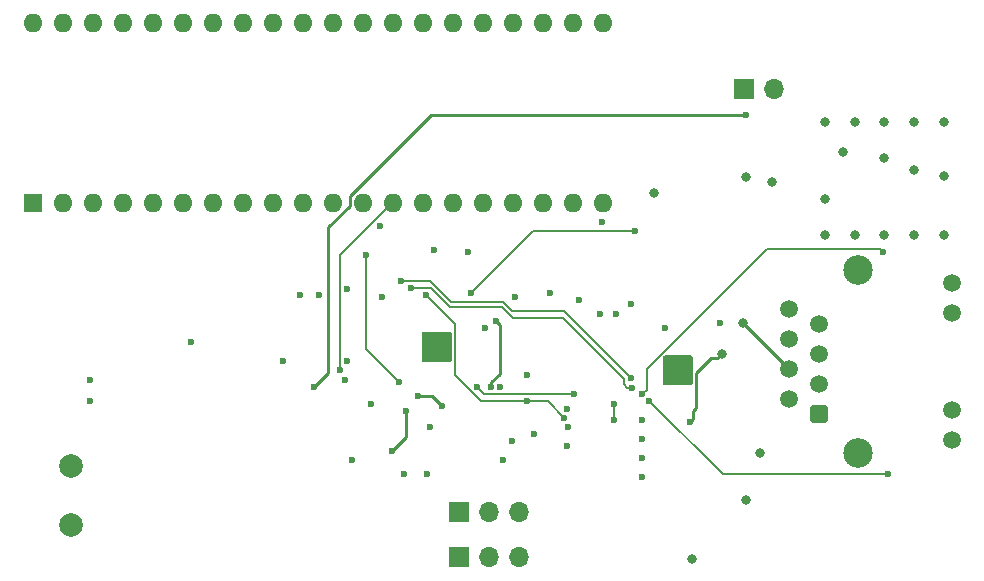
<source format=gbl>
G04 #@! TF.GenerationSoftware,KiCad,Pcbnew,8.0.4*
G04 #@! TF.CreationDate,2024-09-14T16:47:45+09:00*
G04 #@! TF.ProjectId,100base-t1-converter,31303062-6173-4652-9d74-312d636f6e76,rev?*
G04 #@! TF.SameCoordinates,Original*
G04 #@! TF.FileFunction,Copper,L4,Bot*
G04 #@! TF.FilePolarity,Positive*
%FSLAX46Y46*%
G04 Gerber Fmt 4.6, Leading zero omitted, Abs format (unit mm)*
G04 Created by KiCad (PCBNEW 8.0.4) date 2024-09-14 16:47:45*
%MOMM*%
%LPD*%
G01*
G04 APERTURE LIST*
G04 Aperture macros list*
%AMRoundRect*
0 Rectangle with rounded corners*
0 $1 Rounding radius*
0 $2 $3 $4 $5 $6 $7 $8 $9 X,Y pos of 4 corners*
0 Add a 4 corners polygon primitive as box body*
4,1,4,$2,$3,$4,$5,$6,$7,$8,$9,$2,$3,0*
0 Add four circle primitives for the rounded corners*
1,1,$1+$1,$2,$3*
1,1,$1+$1,$4,$5*
1,1,$1+$1,$6,$7*
1,1,$1+$1,$8,$9*
0 Add four rect primitives between the rounded corners*
20,1,$1+$1,$2,$3,$4,$5,0*
20,1,$1+$1,$4,$5,$6,$7,0*
20,1,$1+$1,$6,$7,$8,$9,0*
20,1,$1+$1,$8,$9,$2,$3,0*%
G04 Aperture macros list end*
G04 #@! TA.AperFunction,ComponentPad*
%ADD10C,1.500000*%
G04 #@! TD*
G04 #@! TA.AperFunction,ComponentPad*
%ADD11C,2.500000*%
G04 #@! TD*
G04 #@! TA.AperFunction,ComponentPad*
%ADD12RoundRect,0.250500X0.499500X-0.499500X0.499500X0.499500X-0.499500X0.499500X-0.499500X-0.499500X0*%
G04 #@! TD*
G04 #@! TA.AperFunction,ComponentPad*
%ADD13C,2.000000*%
G04 #@! TD*
G04 #@! TA.AperFunction,ComponentPad*
%ADD14O,1.700000X1.700000*%
G04 #@! TD*
G04 #@! TA.AperFunction,ComponentPad*
%ADD15R,1.700000X1.700000*%
G04 #@! TD*
G04 #@! TA.AperFunction,ComponentPad*
%ADD16C,0.600000*%
G04 #@! TD*
G04 #@! TA.AperFunction,SMDPad,CuDef*
%ADD17RoundRect,0.250000X-1.000000X-1.000000X1.000000X-1.000000X1.000000X1.000000X-1.000000X1.000000X0*%
G04 #@! TD*
G04 #@! TA.AperFunction,ComponentPad*
%ADD18R,1.600000X1.600000*%
G04 #@! TD*
G04 #@! TA.AperFunction,ComponentPad*
%ADD19O,1.600000X1.600000*%
G04 #@! TD*
G04 #@! TA.AperFunction,SMDPad,CuDef*
%ADD20RoundRect,0.250000X1.000000X1.000000X-1.000000X1.000000X-1.000000X-1.000000X1.000000X-1.000000X0*%
G04 #@! TD*
G04 #@! TA.AperFunction,ViaPad*
%ADD21C,0.600000*%
G04 #@! TD*
G04 #@! TA.AperFunction,ViaPad*
%ADD22C,0.800000*%
G04 #@! TD*
G04 #@! TA.AperFunction,Conductor*
%ADD23C,0.250000*%
G04 #@! TD*
G04 #@! TA.AperFunction,Conductor*
%ADD24C,0.152400*%
G04 #@! TD*
G04 APERTURE END LIST*
D10*
G04 #@! TO.P,J5,11*
G04 #@! TO.N,Net-(J5-Pad11)*
X246210000Y-98155000D03*
G04 #@! TO.P,J5,12*
G04 #@! TO.N,Net-(J5-Pad12)*
X246210000Y-95615000D03*
G04 #@! TO.P,J5,10*
G04 #@! TO.N,Net-(J5-Pad10)*
X246210000Y-106325000D03*
G04 #@! TO.P,J5,9*
G04 #@! TO.N,+3V3*
X246210000Y-108865000D03*
D11*
G04 #@! TO.P,J5,SH*
G04 #@! TO.N,GND*
X238260000Y-94495000D03*
D10*
G04 #@! TO.P,J5,8*
X232410000Y-97800000D03*
D11*
G04 #@! TO.P,J5,SH*
X238260000Y-109985000D03*
D10*
G04 #@! TO.P,J5,7*
G04 #@! TO.N,Net-(J5-Pad7)*
X234950000Y-99060000D03*
G04 #@! TO.P,J5,6*
G04 #@! TO.N,/tx_mac/MDI1-*
X232410000Y-100340000D03*
G04 #@! TO.P,J5,5*
G04 #@! TO.N,Net-(C20-Pad2)*
X234950000Y-101600000D03*
G04 #@! TO.P,J5,4*
G04 #@! TO.N,Net-(C19-Pad2)*
X232410000Y-102880000D03*
G04 #@! TO.P,J5,3*
G04 #@! TO.N,/tx_mac/MDI1+*
X234950000Y-104140000D03*
G04 #@! TO.P,J5,2*
G04 #@! TO.N,/tx_mac/MDI0-*
X232410000Y-105420000D03*
D12*
G04 #@! TO.P,J5,1*
G04 #@! TO.N,/tx_mac/MDI0+*
X234950000Y-106680000D03*
G04 #@! TD*
D13*
G04 #@! TO.P,J1,1*
G04 #@! TO.N,/TRX+*
X171600000Y-111100000D03*
G04 #@! TO.P,J1,2*
G04 #@! TO.N,/TRX-*
X171600000Y-116100000D03*
G04 #@! TD*
D14*
G04 #@! TO.P,J2,3*
G04 #@! TO.N,+3V3*
X209540000Y-118800000D03*
G04 #@! TO.P,J2,2*
G04 #@! TO.N,Net-(J2-Pad2)*
X207000000Y-118800000D03*
D15*
G04 #@! TO.P,J2,1*
G04 #@! TO.N,GND*
X204460000Y-118800000D03*
G04 #@! TD*
G04 #@! TO.P,J3,1*
G04 #@! TO.N,GND*
X204460000Y-115000000D03*
D14*
G04 #@! TO.P,J3,2*
G04 #@! TO.N,Net-(J3-Pad2)*
X207000000Y-115000000D03*
G04 #@! TO.P,J3,3*
G04 #@! TO.N,+3V3*
X209540000Y-115000000D03*
G04 #@! TD*
D15*
G04 #@! TO.P,J4,1*
G04 #@! TO.N,Net-(J4-Pad1)*
X228600000Y-79200000D03*
D14*
G04 #@! TO.P,J4,2*
G04 #@! TO.N,+5V*
X231140000Y-79200000D03*
G04 #@! TD*
D16*
G04 #@! TO.P,U2,37*
G04 #@! TO.N,GND*
X201600000Y-100000000D03*
X202600000Y-100000000D03*
X203600000Y-100000000D03*
X201600000Y-101000000D03*
X202600000Y-101000000D03*
X203600000Y-101000000D03*
X201600000Y-102000000D03*
X202600000Y-102000000D03*
X203600000Y-102000000D03*
D17*
X202600000Y-101000000D03*
G04 #@! TD*
D18*
G04 #@! TO.P,U3,1*
G04 #@! TO.N,Net-(U3-Pad1)*
X168400000Y-88800000D03*
D19*
G04 #@! TO.P,U3,21*
G04 #@! TO.N,Net-(U3-Pad21)*
X216660000Y-73560000D03*
G04 #@! TO.P,U3,2*
G04 #@! TO.N,Net-(U3-Pad2)*
X170940000Y-88800000D03*
G04 #@! TO.P,U3,22*
G04 #@! TO.N,Net-(U3-Pad22)*
X214120000Y-73560000D03*
G04 #@! TO.P,U3,3*
G04 #@! TO.N,Net-(U3-Pad3)*
X173480000Y-88800000D03*
G04 #@! TO.P,U3,23*
G04 #@! TO.N,Net-(U3-Pad23)*
X211580000Y-73560000D03*
G04 #@! TO.P,U3,4*
G04 #@! TO.N,Net-(U3-Pad4)*
X176020000Y-88800000D03*
G04 #@! TO.P,U3,24*
G04 #@! TO.N,Net-(U3-Pad24)*
X209040000Y-73560000D03*
G04 #@! TO.P,U3,5*
G04 #@! TO.N,Net-(U3-Pad5)*
X178560000Y-88800000D03*
G04 #@! TO.P,U3,25*
G04 #@! TO.N,Net-(U3-Pad25)*
X206500000Y-73560000D03*
G04 #@! TO.P,U3,6*
G04 #@! TO.N,Net-(U3-Pad6)*
X181100000Y-88800000D03*
G04 #@! TO.P,U3,26*
G04 #@! TO.N,Net-(U3-Pad26)*
X203960000Y-73560000D03*
G04 #@! TO.P,U3,7*
G04 #@! TO.N,Net-(U3-Pad7)*
X183640000Y-88800000D03*
G04 #@! TO.P,U3,27*
G04 #@! TO.N,Net-(U3-Pad27)*
X201420000Y-73560000D03*
G04 #@! TO.P,U3,8*
G04 #@! TO.N,Net-(U3-Pad8)*
X186180000Y-88800000D03*
G04 #@! TO.P,U3,28*
G04 #@! TO.N,Net-(U3-Pad28)*
X198880000Y-73560000D03*
G04 #@! TO.P,U3,9*
G04 #@! TO.N,Net-(U3-Pad9)*
X188720000Y-88800000D03*
G04 #@! TO.P,U3,29*
G04 #@! TO.N,Net-(U3-Pad29)*
X196340000Y-73560000D03*
G04 #@! TO.P,U3,10*
G04 #@! TO.N,Net-(U3-Pad10)*
X191260000Y-88800000D03*
G04 #@! TO.P,U3,30*
G04 #@! TO.N,Net-(U3-Pad30)*
X193800000Y-73560000D03*
G04 #@! TO.P,U3,11*
G04 #@! TO.N,/micro/INH*
X193800000Y-88800000D03*
G04 #@! TO.P,U3,31*
G04 #@! TO.N,Net-(U3-Pad31)*
X191260000Y-73560000D03*
G04 #@! TO.P,U3,12*
G04 #@! TO.N,/micro/~{INT}*
X196340000Y-88800000D03*
G04 #@! TO.P,U3,32*
G04 #@! TO.N,Net-(U3-Pad32)*
X188720000Y-73560000D03*
G04 #@! TO.P,U3,13*
G04 #@! TO.N,/micro/WAKE_IN_OUT*
X198880000Y-88800000D03*
G04 #@! TO.P,U3,33*
G04 #@! TO.N,Net-(U3-Pad33)*
X186180000Y-73560000D03*
G04 #@! TO.P,U3,14*
G04 #@! TO.N,/micro/MDIO*
X201420000Y-88800000D03*
G04 #@! TO.P,U3,34*
G04 #@! TO.N,Net-(U3-Pad34)*
X183640000Y-73560000D03*
G04 #@! TO.P,U3,15*
G04 #@! TO.N,/micro/MDC*
X203960000Y-88800000D03*
G04 #@! TO.P,U3,35*
G04 #@! TO.N,Net-(U3-Pad35)*
X181100000Y-73560000D03*
G04 #@! TO.P,U3,16*
G04 #@! TO.N,Net-(U3-Pad16)*
X206500000Y-88800000D03*
G04 #@! TO.P,U3,36*
G04 #@! TO.N,Net-(U3-Pad36)*
X178560000Y-73560000D03*
G04 #@! TO.P,U3,17*
G04 #@! TO.N,Net-(U3-Pad17)*
X209040000Y-88800000D03*
G04 #@! TO.P,U3,37*
G04 #@! TO.N,Net-(U3-Pad37)*
X176020000Y-73560000D03*
G04 #@! TO.P,U3,18*
G04 #@! TO.N,Net-(J4-Pad1)*
X211580000Y-88800000D03*
G04 #@! TO.P,U3,38*
G04 #@! TO.N,Net-(U3-Pad38)*
X173480000Y-73560000D03*
G04 #@! TO.P,U3,19*
G04 #@! TO.N,GND*
X214120000Y-88800000D03*
G04 #@! TO.P,U3,39*
X170940000Y-73560000D03*
G04 #@! TO.P,U3,20*
G04 #@! TO.N,Net-(U3-Pad20)*
X216660000Y-88800000D03*
G04 #@! TO.P,U3,40*
G04 #@! TO.N,GND*
X168400000Y-73560000D03*
G04 #@! TD*
D16*
G04 #@! TO.P,U4,33*
G04 #@! TO.N,GND*
X224000000Y-104000000D03*
X223000000Y-104000000D03*
X222000000Y-104000000D03*
X224000000Y-103000000D03*
X223000000Y-103000000D03*
X222000000Y-103000000D03*
X224000000Y-102000000D03*
X223000000Y-102000000D03*
X222000000Y-102000000D03*
D20*
X223000000Y-103000000D03*
G04 #@! TD*
D21*
G04 #@! TO.N,+5V*
X192200000Y-104400000D03*
X228800000Y-81400000D03*
D22*
G04 #@! TO.N,GND*
X235500000Y-88500000D03*
X245500000Y-82000000D03*
X243000000Y-82000000D03*
X240500000Y-82000000D03*
X238000000Y-82000000D03*
X235500000Y-82000000D03*
X235500000Y-91500000D03*
X238000000Y-91500000D03*
X240500000Y-91500000D03*
X245500000Y-91500000D03*
X243000000Y-91500000D03*
X245500000Y-86500000D03*
X243000000Y-86000000D03*
X240500000Y-85000000D03*
X237000000Y-84500000D03*
X230000000Y-110000000D03*
X228750000Y-114000000D03*
X221000000Y-88000000D03*
D21*
X220000000Y-107200000D03*
X220000000Y-108800000D03*
X220000000Y-110400000D03*
X210200000Y-103400000D03*
X207980845Y-104423790D03*
X219000000Y-97400000D03*
X206670572Y-99423790D03*
X217800000Y-98200000D03*
X214600000Y-97000000D03*
X209200000Y-96800000D03*
X216600000Y-90400000D03*
X197000000Y-105800000D03*
X202000000Y-107800000D03*
X201800000Y-111800000D03*
X213681259Y-107748941D03*
X194800000Y-103800000D03*
X195400000Y-110600000D03*
X195000000Y-102200000D03*
X181800000Y-100600000D03*
X191000000Y-96600000D03*
X198000000Y-96800000D03*
X173200000Y-105600000D03*
X173200000Y-103800000D03*
X210800000Y-108400000D03*
X226600000Y-99000000D03*
D22*
X224200000Y-119000000D03*
G04 #@! TO.N,+3V3*
X231000000Y-87000000D03*
D21*
X221953957Y-99417513D03*
D22*
X228800000Y-86600000D03*
D21*
X220000000Y-112000000D03*
X213600000Y-109400000D03*
X209000000Y-109000000D03*
X216400000Y-98200000D03*
X212200000Y-96400000D03*
X202400000Y-92800000D03*
X199800000Y-111800000D03*
X213588956Y-106222623D03*
X189600000Y-102200000D03*
X192600000Y-96600000D03*
X205200000Y-93000000D03*
X197800000Y-90800000D03*
X194976210Y-96092558D03*
X208200000Y-110600000D03*
G04 #@! TO.N,Net-(C4-Pad2)*
X207180832Y-104423790D03*
X207618977Y-98818977D03*
G04 #@! TO.N,Net-(C11-Pad2)*
X203000000Y-106000000D03*
X201000000Y-105200000D03*
X200000000Y-106400000D03*
X198800000Y-109800000D03*
D22*
G04 #@! TO.N,VDDA*
X226750000Y-101575000D03*
D21*
X224000000Y-107400000D03*
D22*
G04 #@! TO.N,Net-(C19-Pad2)*
X228515000Y-98985000D03*
D21*
G04 #@! TO.N,Net-(C22-Pad1)*
X217600000Y-107200000D03*
X217600000Y-105800000D03*
G04 #@! TO.N,Net-(J5-Pad12)*
X240400000Y-93000000D03*
X220012741Y-105006727D03*
G04 #@! TO.N,/micro/MDC*
X219000000Y-103600000D03*
X199600000Y-95400000D03*
G04 #@! TO.N,/micro/MDIO*
X200400000Y-96000000D03*
X219154045Y-104464534D03*
G04 #@! TO.N,Net-(R13-Pad1)*
X206000000Y-104400000D03*
X214200000Y-105000000D03*
G04 #@! TO.N,/micro/INH*
X199400000Y-104000000D03*
X196600000Y-93200000D03*
G04 #@! TO.N,Net-(R23-Pad1)*
X240800000Y-111800000D03*
X220600000Y-105550000D03*
G04 #@! TO.N,/tx_mac/RXER*
X210200000Y-105600000D03*
X201676210Y-96592558D03*
X213400000Y-107000000D03*
G04 #@! TO.N,/tx_mac/RXDV*
X219400000Y-91200000D03*
X205469942Y-96469942D03*
G04 #@! TO.N,/micro/WAKE_IN_OUT*
X194400000Y-103000000D03*
G04 #@! TD*
D23*
G04 #@! TO.N,+5V*
X192200000Y-104400000D02*
X193400000Y-103200000D01*
X195214999Y-88259999D02*
X202074998Y-81400000D01*
X195214999Y-89050003D02*
X195214999Y-88259999D01*
X193400000Y-90865002D02*
X195214999Y-89050003D01*
X193400000Y-103200000D02*
X193400000Y-90865002D01*
X202074998Y-81400000D02*
X228800000Y-81400000D01*
G04 #@! TO.N,Net-(C4-Pad2)*
X207180832Y-104423790D02*
X207180832Y-103999526D01*
X207180832Y-103999526D02*
X207918976Y-103261382D01*
X207918976Y-103261382D02*
X207918976Y-99118976D01*
X207918976Y-99118976D02*
X207618977Y-98818977D01*
G04 #@! TO.N,Net-(C11-Pad2)*
X203000000Y-106000000D02*
X202200000Y-105200000D01*
X202200000Y-105200000D02*
X201000000Y-105200000D01*
X200000000Y-108600000D02*
X198800000Y-109800000D01*
X200000000Y-106400000D02*
X200000000Y-108600000D01*
G04 #@! TO.N,VDDA*
X226750000Y-101575000D02*
X226350001Y-101974999D01*
X224575010Y-103174990D02*
X224575010Y-106174990D01*
X226350001Y-101974999D02*
X225775001Y-101974999D01*
X225775001Y-101974999D02*
X224575010Y-103174990D01*
X224299999Y-106450001D02*
X224575010Y-106174990D01*
X224299999Y-107100001D02*
X224299999Y-106450001D01*
X224000000Y-107400000D02*
X224299999Y-107100001D01*
G04 #@! TO.N,Net-(C19-Pad2)*
X228500000Y-98970000D02*
X228515000Y-98985000D01*
X232410000Y-102880000D02*
X228515000Y-98985000D01*
D24*
G04 #@! TO.N,Net-(C22-Pad1)*
X217600000Y-107200000D02*
X217600000Y-105800000D01*
G04 #@! TO.N,Net-(J5-Pad12)*
X220376201Y-104643267D02*
X220012741Y-105006727D01*
X220376201Y-102879623D02*
X220376201Y-104643267D01*
X240100001Y-92700001D02*
X230555823Y-92700001D01*
X230555823Y-92700001D02*
X220376201Y-102879623D01*
X240400000Y-93000000D02*
X240100001Y-92700001D01*
G04 #@! TO.N,/micro/MDC*
X219000000Y-103600000D02*
X213400000Y-98000000D01*
X213400000Y-98000000D02*
X209000000Y-98000000D01*
X209000000Y-98000000D02*
X208200000Y-97200000D01*
X208200000Y-97200000D02*
X203800000Y-97200000D01*
X202000000Y-95400000D02*
X199600000Y-95400000D01*
X203800000Y-97200000D02*
X202000000Y-95400000D01*
G04 #@! TO.N,/micro/MDIO*
X200400000Y-96000000D02*
X202101616Y-96000000D01*
X202101616Y-96000000D02*
X203701616Y-97600000D01*
X203701616Y-97600000D02*
X208101616Y-97600000D01*
X208101616Y-97600000D02*
X209054027Y-98552411D01*
X218423799Y-103734288D02*
X218423799Y-104158552D01*
X218423799Y-104158552D02*
X218729781Y-104464534D01*
X213241922Y-98552411D02*
X218423799Y-103734288D01*
X209054027Y-98552411D02*
X213241922Y-98552411D01*
X218729781Y-104464534D02*
X219154045Y-104464534D01*
G04 #@! TO.N,Net-(R13-Pad1)*
X206000000Y-104400000D02*
X206600000Y-105000000D01*
X206600000Y-105000000D02*
X214200000Y-105000000D01*
G04 #@! TO.N,/micro/INH*
X199400000Y-104000000D02*
X196600000Y-101200000D01*
X196600000Y-101200000D02*
X196600000Y-93200000D01*
G04 #@! TO.N,Net-(R23-Pad1)*
X226850000Y-111800000D02*
X220600000Y-105550000D01*
X240800000Y-111800000D02*
X226850000Y-111800000D01*
G04 #@! TO.N,/tx_mac/RXER*
X204126210Y-103378988D02*
X204126210Y-99042558D01*
X206347222Y-105600000D02*
X204126210Y-103378988D01*
X210200000Y-105600000D02*
X206347222Y-105600000D01*
X204126210Y-99042558D02*
X201676210Y-96592558D01*
X212000000Y-105600000D02*
X210200000Y-105600000D01*
X213400000Y-107000000D02*
X212000000Y-105600000D01*
G04 #@! TO.N,/tx_mac/RXDV*
X210739884Y-91200000D02*
X205769941Y-96169943D01*
X205769941Y-96169943D02*
X205469942Y-96469942D01*
X219400000Y-91200000D02*
X210739884Y-91200000D01*
G04 #@! TO.N,/micro/WAKE_IN_OUT*
X194400000Y-103000000D02*
X194400000Y-93200000D01*
X194400000Y-93200000D02*
X198800000Y-88800000D01*
G04 #@! TD*
M02*

</source>
